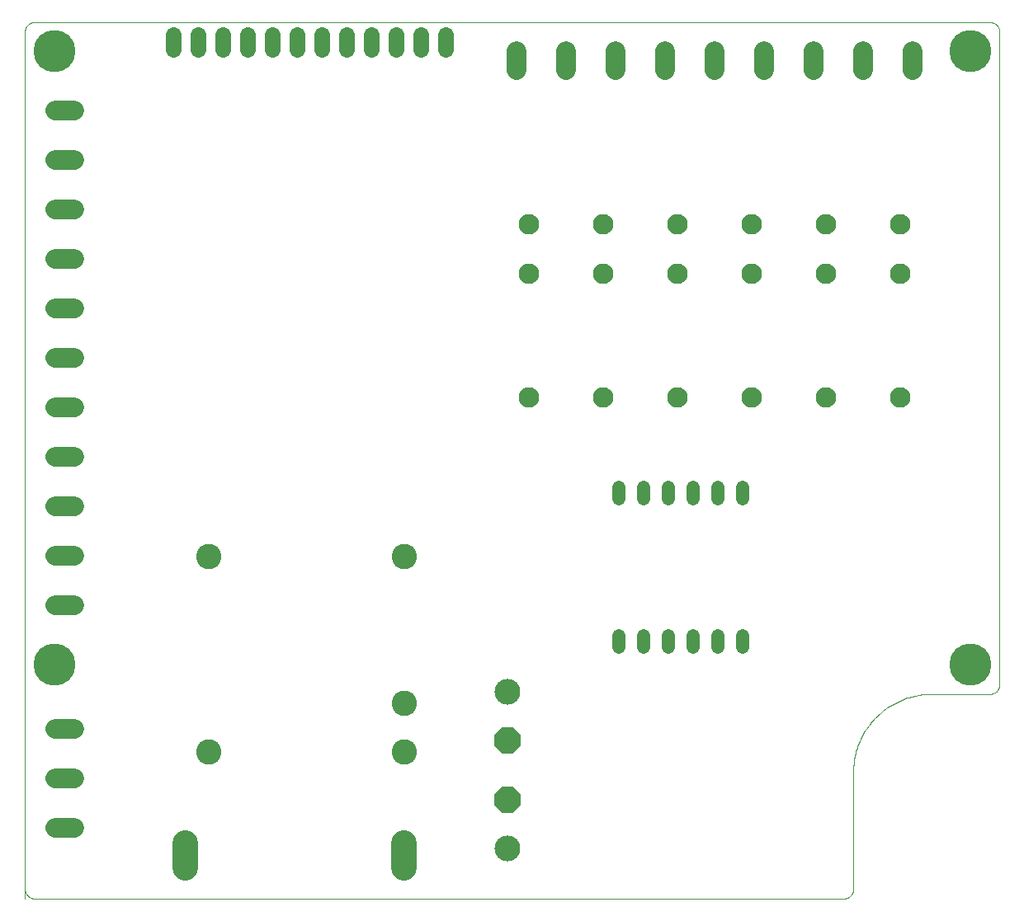
<source format=gbs>
G75*
%MOIN*%
%OFA0B0*%
%FSLAX25Y25*%
%IPPOS*%
%LPD*%
%AMOC8*
5,1,8,0,0,1.08239X$1,22.5*
%
%ADD10C,0.00000*%
%ADD11C,0.08274*%
%ADD12C,0.08077*%
%ADD13C,0.06306*%
%ADD14C,0.10243*%
%ADD15C,0.10400*%
%ADD16C,0.05200*%
%ADD17C,0.10400*%
%ADD18OC8,0.10400*%
%ADD19C,0.00394*%
%ADD20C,0.16998*%
D10*
X0001197Y0009833D02*
X0001197Y0285424D01*
D11*
X0204947Y0282333D03*
X0204947Y0262333D03*
X0234947Y0262333D03*
X0234947Y0282333D03*
X0264947Y0282333D03*
X0264947Y0262333D03*
X0294947Y0262333D03*
X0294947Y0282333D03*
X0324947Y0282333D03*
X0324947Y0262333D03*
X0354947Y0262333D03*
X0354947Y0282333D03*
X0354947Y0212333D03*
X0324947Y0212333D03*
X0294947Y0212333D03*
X0264947Y0212333D03*
X0234947Y0212333D03*
X0204947Y0212333D03*
D12*
X0199947Y0344745D02*
X0199947Y0352422D01*
X0219947Y0352422D02*
X0219947Y0344745D01*
X0239947Y0344745D02*
X0239947Y0352422D01*
X0259947Y0352422D02*
X0259947Y0344745D01*
X0279947Y0344745D02*
X0279947Y0352422D01*
X0299947Y0352422D02*
X0299947Y0344745D01*
X0319947Y0344745D02*
X0319947Y0352422D01*
X0339947Y0352422D02*
X0339947Y0344745D01*
X0359947Y0344745D02*
X0359947Y0352422D01*
X0021285Y0328583D02*
X0013608Y0328583D01*
X0013608Y0308583D02*
X0021285Y0308583D01*
X0021285Y0288583D02*
X0013608Y0288583D01*
X0013608Y0268583D02*
X0021285Y0268583D01*
X0021285Y0248583D02*
X0013608Y0248583D01*
X0013608Y0228583D02*
X0021285Y0228583D01*
X0021285Y0208583D02*
X0013608Y0208583D01*
X0013608Y0188583D02*
X0021285Y0188583D01*
X0021285Y0168583D02*
X0013608Y0168583D01*
X0013608Y0148583D02*
X0021285Y0148583D01*
X0021285Y0128583D02*
X0013608Y0128583D01*
X0013608Y0078583D02*
X0021285Y0078583D01*
X0021285Y0058583D02*
X0013608Y0058583D01*
X0013608Y0038583D02*
X0021285Y0038583D01*
D13*
X0061197Y0353131D02*
X0061197Y0359036D01*
X0071197Y0359036D02*
X0071197Y0353131D01*
X0081197Y0353131D02*
X0081197Y0359036D01*
X0091197Y0359036D02*
X0091197Y0353131D01*
X0101197Y0353131D02*
X0101197Y0359036D01*
X0111197Y0359036D02*
X0111197Y0353131D01*
X0121197Y0353131D02*
X0121197Y0359036D01*
X0131197Y0359036D02*
X0131197Y0353131D01*
X0141197Y0353131D02*
X0141197Y0359036D01*
X0151197Y0359036D02*
X0151197Y0353131D01*
X0161197Y0353131D02*
X0161197Y0359036D01*
X0171197Y0359036D02*
X0171197Y0353131D01*
D14*
X0154317Y0147953D03*
X0154317Y0088898D03*
X0154317Y0069213D03*
X0075577Y0069213D03*
X0075577Y0147953D03*
D15*
X0065647Y0032333D02*
X0065647Y0022333D01*
X0154247Y0022333D02*
X0154247Y0032333D01*
D16*
X0241039Y0111292D02*
X0241039Y0116092D01*
X0251039Y0116092D02*
X0251039Y0111292D01*
X0261039Y0111292D02*
X0261039Y0116092D01*
X0271039Y0116092D02*
X0271039Y0111292D01*
X0281039Y0111292D02*
X0281039Y0116092D01*
X0291039Y0116092D02*
X0291039Y0111292D01*
X0291039Y0171292D02*
X0291039Y0176092D01*
X0281039Y0176092D02*
X0281039Y0171292D01*
X0271039Y0171292D02*
X0271039Y0176092D01*
X0261039Y0176092D02*
X0261039Y0171292D01*
X0251039Y0171292D02*
X0251039Y0176092D01*
X0241039Y0176092D02*
X0241039Y0171292D01*
D17*
X0196197Y0093426D03*
X0196197Y0029991D03*
D18*
X0196197Y0049676D03*
X0196197Y0073741D03*
D19*
X0331906Y0009833D02*
X0332030Y0009835D01*
X0332153Y0009841D01*
X0332277Y0009850D01*
X0332399Y0009864D01*
X0332522Y0009881D01*
X0332644Y0009903D01*
X0332765Y0009928D01*
X0332885Y0009957D01*
X0333004Y0009989D01*
X0333123Y0010026D01*
X0333240Y0010066D01*
X0333355Y0010109D01*
X0333470Y0010157D01*
X0333582Y0010208D01*
X0333693Y0010262D01*
X0333803Y0010320D01*
X0333910Y0010381D01*
X0334016Y0010446D01*
X0334119Y0010514D01*
X0334220Y0010585D01*
X0334319Y0010659D01*
X0334416Y0010736D01*
X0334510Y0010817D01*
X0334601Y0010900D01*
X0334690Y0010986D01*
X0334776Y0011075D01*
X0334859Y0011166D01*
X0334940Y0011260D01*
X0335017Y0011357D01*
X0335091Y0011456D01*
X0335162Y0011557D01*
X0335230Y0011660D01*
X0335295Y0011766D01*
X0335356Y0011873D01*
X0335414Y0011983D01*
X0335468Y0012094D01*
X0335519Y0012206D01*
X0335567Y0012321D01*
X0335610Y0012436D01*
X0335650Y0012553D01*
X0335687Y0012672D01*
X0335719Y0012791D01*
X0335748Y0012911D01*
X0335773Y0013032D01*
X0335795Y0013154D01*
X0335812Y0013277D01*
X0335826Y0013399D01*
X0335835Y0013523D01*
X0335841Y0013646D01*
X0335843Y0013770D01*
X0335843Y0061014D01*
X0335852Y0061775D01*
X0335880Y0062536D01*
X0335926Y0063295D01*
X0335990Y0064054D01*
X0336073Y0064810D01*
X0336174Y0065565D01*
X0336293Y0066317D01*
X0336430Y0067065D01*
X0336585Y0067810D01*
X0336758Y0068551D01*
X0336949Y0069288D01*
X0337158Y0070020D01*
X0337385Y0070747D01*
X0337628Y0071468D01*
X0337890Y0072183D01*
X0338168Y0072891D01*
X0338464Y0073592D01*
X0338776Y0074286D01*
X0339105Y0074973D01*
X0339451Y0075651D01*
X0339813Y0076321D01*
X0340190Y0076981D01*
X0340584Y0077633D01*
X0340994Y0078274D01*
X0341418Y0078906D01*
X0341858Y0079527D01*
X0342313Y0080137D01*
X0342782Y0080736D01*
X0343266Y0081324D01*
X0343764Y0081900D01*
X0344275Y0082463D01*
X0344800Y0083014D01*
X0345339Y0083553D01*
X0345890Y0084078D01*
X0346453Y0084589D01*
X0347029Y0085087D01*
X0347617Y0085571D01*
X0348216Y0086040D01*
X0348826Y0086495D01*
X0349447Y0086935D01*
X0350079Y0087359D01*
X0350720Y0087769D01*
X0351372Y0088163D01*
X0352032Y0088540D01*
X0352702Y0088902D01*
X0353380Y0089248D01*
X0354067Y0089577D01*
X0354761Y0089889D01*
X0355462Y0090185D01*
X0356170Y0090463D01*
X0356885Y0090725D01*
X0357606Y0090968D01*
X0358333Y0091195D01*
X0359065Y0091404D01*
X0359802Y0091595D01*
X0360543Y0091768D01*
X0361288Y0091923D01*
X0362036Y0092060D01*
X0362788Y0092179D01*
X0363543Y0092280D01*
X0364299Y0092363D01*
X0365058Y0092427D01*
X0365817Y0092473D01*
X0366578Y0092501D01*
X0367339Y0092510D01*
X0390961Y0092510D01*
X0390961Y0092511D02*
X0391085Y0092513D01*
X0391208Y0092519D01*
X0391332Y0092528D01*
X0391454Y0092542D01*
X0391577Y0092559D01*
X0391699Y0092581D01*
X0391820Y0092606D01*
X0391940Y0092635D01*
X0392059Y0092667D01*
X0392178Y0092704D01*
X0392295Y0092744D01*
X0392410Y0092787D01*
X0392525Y0092835D01*
X0392637Y0092886D01*
X0392748Y0092940D01*
X0392858Y0092998D01*
X0392965Y0093059D01*
X0393071Y0093124D01*
X0393174Y0093192D01*
X0393275Y0093263D01*
X0393374Y0093337D01*
X0393471Y0093414D01*
X0393565Y0093495D01*
X0393656Y0093578D01*
X0393745Y0093664D01*
X0393831Y0093753D01*
X0393914Y0093844D01*
X0393995Y0093938D01*
X0394072Y0094035D01*
X0394146Y0094134D01*
X0394217Y0094235D01*
X0394285Y0094338D01*
X0394350Y0094444D01*
X0394411Y0094551D01*
X0394469Y0094661D01*
X0394523Y0094772D01*
X0394574Y0094884D01*
X0394622Y0094999D01*
X0394665Y0095114D01*
X0394705Y0095231D01*
X0394742Y0095350D01*
X0394774Y0095469D01*
X0394803Y0095589D01*
X0394828Y0095710D01*
X0394850Y0095832D01*
X0394867Y0095955D01*
X0394881Y0096077D01*
X0394890Y0096201D01*
X0394896Y0096324D01*
X0394898Y0096448D01*
X0394898Y0360227D01*
X0394896Y0360351D01*
X0394890Y0360474D01*
X0394881Y0360598D01*
X0394867Y0360720D01*
X0394850Y0360843D01*
X0394828Y0360965D01*
X0394803Y0361086D01*
X0394774Y0361206D01*
X0394742Y0361325D01*
X0394705Y0361444D01*
X0394665Y0361561D01*
X0394622Y0361676D01*
X0394574Y0361791D01*
X0394523Y0361903D01*
X0394469Y0362014D01*
X0394411Y0362124D01*
X0394350Y0362231D01*
X0394285Y0362337D01*
X0394217Y0362440D01*
X0394146Y0362541D01*
X0394072Y0362640D01*
X0393995Y0362737D01*
X0393914Y0362831D01*
X0393831Y0362922D01*
X0393745Y0363011D01*
X0393656Y0363097D01*
X0393565Y0363180D01*
X0393471Y0363261D01*
X0393374Y0363338D01*
X0393275Y0363412D01*
X0393174Y0363483D01*
X0393071Y0363551D01*
X0392965Y0363616D01*
X0392858Y0363677D01*
X0392748Y0363735D01*
X0392637Y0363789D01*
X0392525Y0363840D01*
X0392410Y0363888D01*
X0392295Y0363931D01*
X0392178Y0363971D01*
X0392059Y0364008D01*
X0391940Y0364040D01*
X0391820Y0364069D01*
X0391699Y0364094D01*
X0391577Y0364116D01*
X0391454Y0364133D01*
X0391332Y0364147D01*
X0391208Y0364156D01*
X0391085Y0364162D01*
X0390961Y0364164D01*
X0005134Y0364164D01*
X0005010Y0364162D01*
X0004887Y0364156D01*
X0004763Y0364147D01*
X0004641Y0364133D01*
X0004518Y0364116D01*
X0004396Y0364094D01*
X0004275Y0364069D01*
X0004155Y0364040D01*
X0004036Y0364008D01*
X0003917Y0363971D01*
X0003800Y0363931D01*
X0003685Y0363888D01*
X0003570Y0363840D01*
X0003458Y0363789D01*
X0003347Y0363735D01*
X0003237Y0363677D01*
X0003130Y0363616D01*
X0003024Y0363551D01*
X0002921Y0363483D01*
X0002820Y0363412D01*
X0002721Y0363338D01*
X0002624Y0363261D01*
X0002530Y0363180D01*
X0002439Y0363097D01*
X0002350Y0363011D01*
X0002264Y0362922D01*
X0002181Y0362831D01*
X0002100Y0362737D01*
X0002023Y0362640D01*
X0001949Y0362541D01*
X0001878Y0362440D01*
X0001810Y0362337D01*
X0001745Y0362231D01*
X0001684Y0362124D01*
X0001626Y0362014D01*
X0001572Y0361903D01*
X0001521Y0361791D01*
X0001473Y0361676D01*
X0001430Y0361561D01*
X0001390Y0361444D01*
X0001353Y0361325D01*
X0001321Y0361206D01*
X0001292Y0361086D01*
X0001267Y0360965D01*
X0001245Y0360843D01*
X0001228Y0360720D01*
X0001214Y0360598D01*
X0001205Y0360474D01*
X0001199Y0360351D01*
X0001197Y0360227D01*
X0001197Y0013770D01*
X0001199Y0013646D01*
X0001205Y0013523D01*
X0001214Y0013399D01*
X0001228Y0013277D01*
X0001245Y0013154D01*
X0001267Y0013032D01*
X0001292Y0012911D01*
X0001321Y0012791D01*
X0001353Y0012672D01*
X0001390Y0012553D01*
X0001430Y0012436D01*
X0001473Y0012321D01*
X0001521Y0012206D01*
X0001572Y0012094D01*
X0001626Y0011983D01*
X0001684Y0011873D01*
X0001745Y0011766D01*
X0001810Y0011660D01*
X0001878Y0011557D01*
X0001949Y0011456D01*
X0002023Y0011357D01*
X0002100Y0011260D01*
X0002181Y0011166D01*
X0002264Y0011075D01*
X0002350Y0010986D01*
X0002439Y0010900D01*
X0002530Y0010817D01*
X0002624Y0010736D01*
X0002721Y0010659D01*
X0002820Y0010585D01*
X0002921Y0010514D01*
X0003024Y0010446D01*
X0003130Y0010381D01*
X0003237Y0010320D01*
X0003347Y0010262D01*
X0003458Y0010208D01*
X0003570Y0010157D01*
X0003685Y0010109D01*
X0003800Y0010066D01*
X0003917Y0010026D01*
X0004036Y0009989D01*
X0004155Y0009957D01*
X0004275Y0009928D01*
X0004396Y0009903D01*
X0004518Y0009881D01*
X0004641Y0009864D01*
X0004763Y0009850D01*
X0004887Y0009841D01*
X0005010Y0009835D01*
X0005134Y0009833D01*
X0331906Y0009833D01*
D20*
X0383087Y0104322D03*
X0383087Y0352353D03*
X0013008Y0352353D03*
X0013008Y0104322D03*
M02*

</source>
